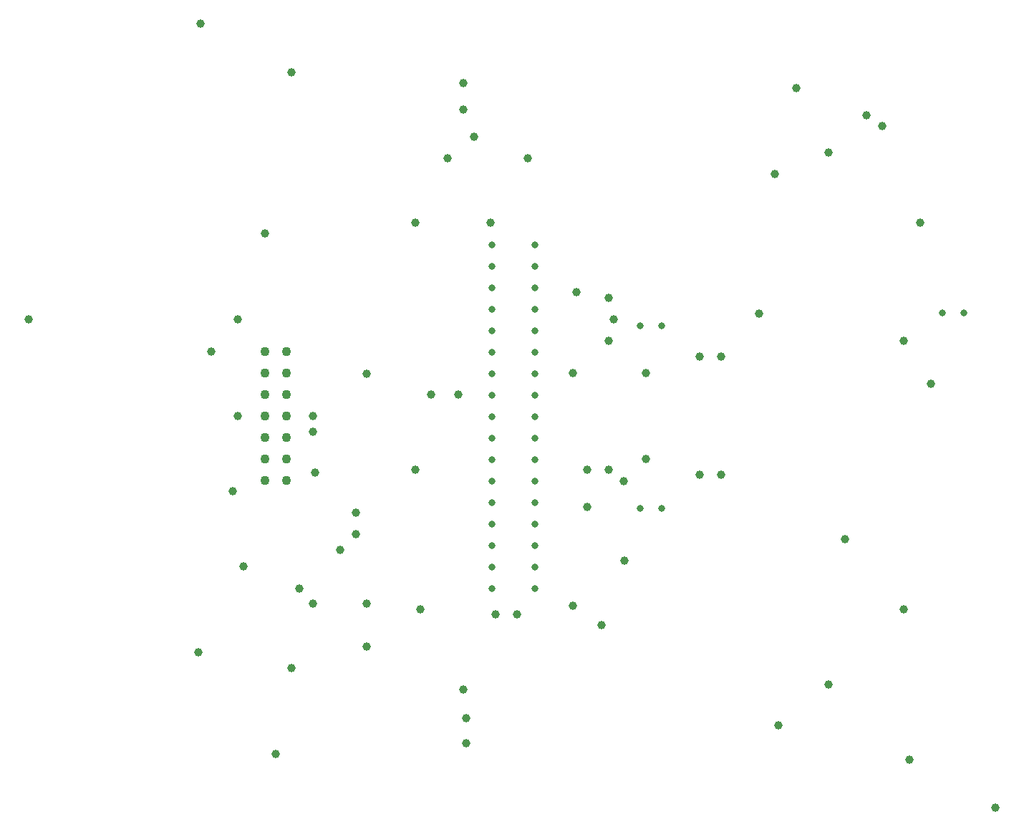
<source format=gbr>
M48
;DRILL file {Pcbnew (2013-may-18)-stable} date Вт 27 окт 2015 07:17:42
;FORMAT={-:-/ absolute / metric / decimal}
FMAT,2
METRIC,TZ
T1C0.800
T2C1.000
T3C1.100
%
G90
G05
M71
T1
X116.995Y-61.085
X116.995Y-63.625
X116.995Y-66.165
X116.995Y-68.705
X116.995Y-71.245
X116.995Y-73.785
X116.995Y-76.325
X116.995Y-78.865
X116.995Y-81.405
X116.995Y-83.945
X116.995Y-86.485
X116.995Y-89.025
X116.995Y-91.565
X116.995Y-94.105
X116.995Y-96.645
X116.995Y-99.185
X116.995Y-101.725
X122.075Y-61.085
X122.075Y-63.625
X122.075Y-66.165
X122.075Y-68.705
X122.075Y-71.245
X122.075Y-73.785
X122.075Y-76.325
X122.075Y-78.865
X122.075Y-81.405
X122.075Y-83.945
X122.075Y-86.485
X122.075Y-89.025
X122.075Y-91.565
X122.075Y-94.105
X122.075Y-96.645
X122.075Y-99.185
X122.075Y-101.725
X134.525Y-70.58
X134.525Y-92.17
X137.065Y-70.58
X137.065Y-92.17
X170.275Y-69.12
X172.815Y-69.12
T2
X62.23Y-69.85
X82.296Y-109.22
X82.55Y-34.925
X83.82Y-73.66
X86.36Y-90.17
X86.995Y-69.85
X86.995Y-81.28
X87.63Y-99.06
X90.17Y-59.69
X91.44Y-121.285
X93.345Y-40.64
X93.345Y-111.125
X94.234Y-101.727
X95.885Y-81.28
X95.885Y-83.185
X95.885Y-103.505
X96.139Y-88.011
X99.06Y-97.155
X100.965Y-92.71
X100.965Y-95.25
X102.235Y-76.327
X102.235Y-103.505
X102.235Y-108.585
X107.95Y-58.42
X107.95Y-87.63
X108.585Y-104.14
X109.855Y-78.74
X111.76Y-50.8
X113.03Y-78.74
X113.665Y-41.91
X113.665Y-45.085
X113.665Y-113.665
X114.Y-117.
X114.Y-120.
X114.935Y-48.26
X116.84Y-58.42
X117.475Y-104.775
X120.015Y-104.775
X121.285Y-50.8
X126.619Y-76.2
X126.619Y-103.759
X127.Y-66.675
X128.27Y-87.63
X128.27Y-92.075
X130.Y-106.
X130.81Y-67.31
X130.81Y-72.39
X130.81Y-87.63
X131.445Y-69.85
X132.588Y-89.027
X132.715Y-98.425
X135.255Y-76.2
X135.255Y-86.36
X141.605Y-74.295
X141.605Y-88.265
X144.145Y-74.295
X144.145Y-88.265
X148.59Y-69.215
X150.495Y-52.705
X150.876Y-117.856
X153.035Y-42.545
X156.845Y-50.165
X156.845Y-113.03
X158.75Y-95.885
X161.29Y-45.72
X163.195Y-46.99
X165.735Y-72.39
X165.735Y-104.14
X166.37Y-121.92
X167.64Y-58.42
X168.91Y-77.47
X176.53Y-127.635
T3
X90.17Y-73.66
X90.17Y-76.2
X90.17Y-78.74
X90.17Y-81.28
X90.17Y-83.82
X90.17Y-86.36
X90.17Y-88.9
X92.71Y-73.66
X92.71Y-76.2
X92.71Y-78.74
X92.71Y-81.28
X92.71Y-83.82
X92.71Y-86.36
X92.71Y-88.9
T0
M30

</source>
